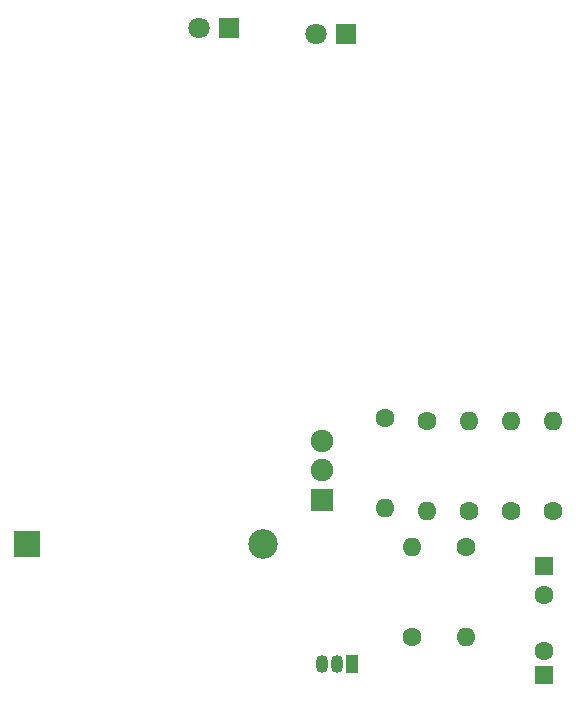
<source format=gbs>
%TF.GenerationSoftware,KiCad,Pcbnew,(6.0.1)*%
%TF.CreationDate,2022-04-29T13:35:19+05:45*%
%TF.ProjectId,555_Badge,3535355f-4261-4646-9765-2e6b69636164,v01*%
%TF.SameCoordinates,Original*%
%TF.FileFunction,Soldermask,Bot*%
%TF.FilePolarity,Negative*%
%FSLAX46Y46*%
G04 Gerber Fmt 4.6, Leading zero omitted, Abs format (unit mm)*
G04 Created by KiCad (PCBNEW (6.0.1)) date 2022-04-29 13:35:19*
%MOMM*%
%LPD*%
G01*
G04 APERTURE LIST*
%ADD10C,2.500000*%
%ADD11R,2.170000X2.170000*%
%ADD12C,1.900000*%
%ADD13R,1.900000X1.900000*%
%ADD14O,1.600000X1.600000*%
%ADD15C,1.600000*%
%ADD16R,1.050000X1.500000*%
%ADD17O,1.050000X1.500000*%
%ADD18C,1.800000*%
%ADD19R,1.800000X1.800000*%
%ADD20R,1.600000X1.600000*%
G04 APERTURE END LIST*
D10*
%TO.C,BAT1*%
X45260300Y-89408000D03*
D11*
X25260300Y-89408000D03*
%TD*%
D12*
%TO.C,S1*%
X50292000Y-80692000D03*
X50292000Y-83192000D03*
D13*
X50292000Y-85692000D03*
%TD*%
D14*
%TO.C,R7*%
X69850000Y-78994000D03*
D15*
X69850000Y-86614000D03*
%TD*%
%TO.C,R6*%
X62484000Y-89662000D03*
D14*
X62484000Y-97282000D03*
%TD*%
%TO.C,R5*%
X66294000Y-78994000D03*
D15*
X66294000Y-86614000D03*
%TD*%
%TO.C,R4*%
X62738000Y-86614000D03*
D14*
X62738000Y-78994000D03*
%TD*%
D15*
%TO.C,R3*%
X57912000Y-97282000D03*
D14*
X57912000Y-89662000D03*
%TD*%
%TO.C,R2*%
X59182000Y-86614000D03*
D15*
X59182000Y-78994000D03*
%TD*%
%TO.C,R1*%
X55626000Y-78740000D03*
D14*
X55626000Y-86360000D03*
%TD*%
D16*
%TO.C,Q1*%
X52832000Y-99568000D03*
D17*
X51562000Y-99568000D03*
X50292000Y-99568000D03*
%TD*%
D18*
%TO.C,D2*%
X49784000Y-46228000D03*
D19*
X52324000Y-46228000D03*
%TD*%
%TO.C,D1*%
X42423000Y-45720000D03*
D18*
X39883000Y-45720000D03*
%TD*%
D15*
%TO.C,C2*%
X69088000Y-93773621D03*
D20*
X69088000Y-91273621D03*
%TD*%
%TO.C,C1*%
X69088000Y-100523112D03*
D15*
X69088000Y-98523112D03*
%TD*%
M02*

</source>
